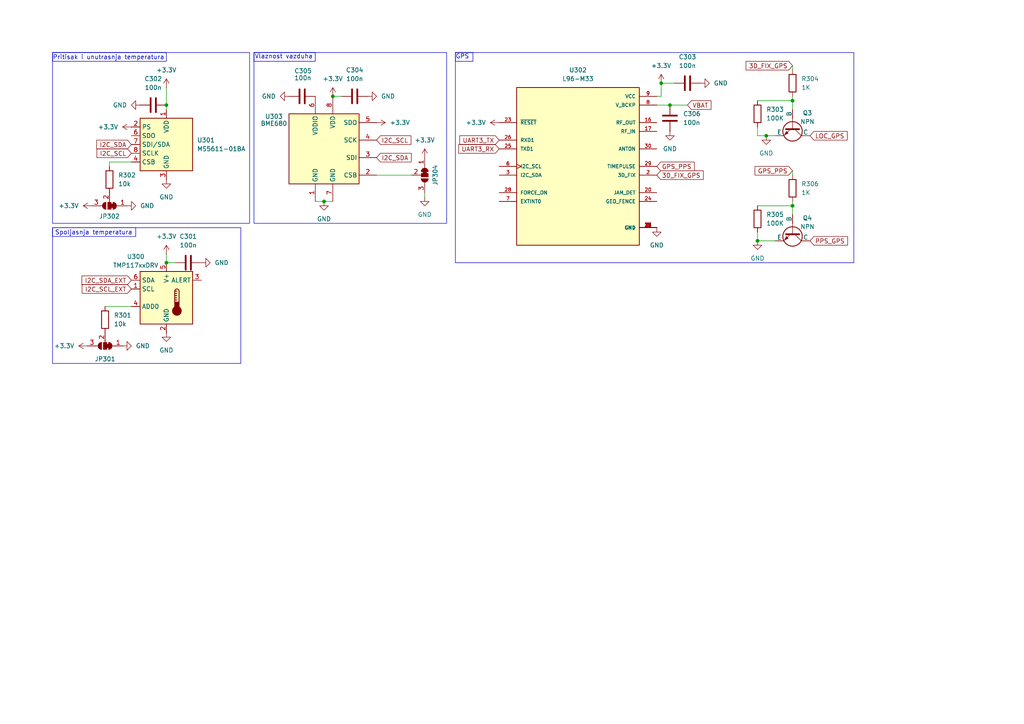
<source format=kicad_sch>
(kicad_sch (version 20250114) (generator "eeschema") (generator_version "9.0")
  (paper "A4")
  (title_block (title "ELEKvadar 2 - Sistem 1") (date "2025-05-30") (rev "0.0.1") (company "Seminar Elektronike u Istazivackoj stanici Petnica"))
  (lib_symbols
    (symbol "Device:C" (pin_numbers (hide yes)) (pin_names (offset 0.254))
      (property "Reference" "C" (at 0.635 2.54 0))
      (property "Value" "C" (at 0.635 -2.54 0))
      (symbol "C_0_1"
        (polyline (pts (xy -2.032 0.762) (xy 2.032 0.762)) (stroke (width 0.508)))
        (polyline (pts (xy -2.032 -0.762) (xy 2.032 -0.762)) (stroke (width 0.508)))
      )
      (symbol "C_1_1"
        (pin passive line (at 0 3.81 270) (length 2.794) (name "~") (number "1"))
        (pin passive line (at 0 -3.81 90) (length 2.794) (name "~") (number "2"))
      )
    )
    (symbol "Device:R" (pin_numbers (hide yes)) (pin_names (offset 0))
      (property "Reference" "R" (at 2.032 0 90))
      (property "Value" "R" (at 0 0 90))
      (symbol "R_0_1"
        (rectangle (start -1.016 -2.54) (end 1.016 2.54) (stroke (width 0.254)))
      )
      (symbol "R_1_1"
        (pin passive line (at 0 3.81 270) (length 1.27) (name "~") (number "1"))
        (pin passive line (at 0 -3.81 90) (length 1.27) (name "~") (number "2"))
      )
    )
    (symbol "Jumper:SolderJumper_3_Bridged12" (pin_names (offset 0) (hide yes)) (in_bom no)
      (property "Reference" "JP" (at -2.54 -2.54 0))
      (property "Value" "SolderJumper_3_Bridged12" (at 0 2.794 0))
      (symbol "SolderJumper_3_Bridged12_0_1"
        (polyline (pts (xy -2.54 0) (xy -2.032 0)))
        (polyline (pts (xy -1.016 1.016) (xy -1.016 -1.016)))
        (rectangle (start -1.016 0.508) (end -0.508 -0.508) (fill (type outline)))
        (arc (start -1.016 -1.016) (mid -2.0276 0) (end -1.016 1.016))
        (arc (start -1.016 -1.016) (mid -2.0276 0) (end -1.016 1.016) (fill (type outline)))
        (rectangle (start -0.508 1.016) (end 0.508 -1.016) (fill (type outline)))
        (polyline (pts (xy 0 -1.27) (xy 0 -1.016)))
        (arc (start 1.016 1.016) (mid 2.0276 0) (end 1.016 -1.016))
        (arc (start 1.016 1.016) (mid 2.0276 0) (end 1.016 -1.016) (fill (type outline)))
        (polyline (pts (xy 1.016 1.016) (xy 1.016 -1.016)))
        (polyline (pts (xy 2.54 0) (xy 2.032 0)))
      )
      (symbol "SolderJumper_3_Bridged12_1_1"
        (pin passive line (at -5.08 0 0) (length 2.54) (name "A") (number "1"))
        (pin passive line (at 0 -3.81 90) (length 2.54) (name "C") (number "2"))
        (pin passive line (at 5.08 0 180) (length 2.54) (name "B") (number "3"))
      )
    )
    (symbol "L96-M33:L96-M33" (pin_names (offset 1.016))
      (property "Reference" "U" (at -17.8097 23.4036 0))
      (property "Value" "L96-M33" (at -17.7967 -25.425 0))
      (symbol "L96-M33_0_0"
        (rectangle (start -17.78 -22.86) (end 17.78 22.86) (stroke (width 0.254)) (fill (type background)))
        (pin input line (at -22.86 12.7 0) (length 5.08) (name "~{RESET}") (number "23"))
        (pin input line (at -22.86 7.62 0) (length 5.08) (name "RXD1") (number "26"))
        (pin output line (at -22.86 5.08 0) (length 5.08) (name "TXD1") (number "25"))
        (pin bidirectional clock (at -22.86 0 0) (length 5.08) (name "I2C_SCL") (number "6"))
        (pin bidirectional line (at -22.86 -2.54 0) (length 5.08) (name "I2C_SDA") (number "3"))
        (pin input line (at -22.86 -7.62 0) (length 5.08) (name "FORCE_ON") (number "28"))
        (pin input line (at -22.86 -10.16 0) (length 5.08) (name "EXTINT0") (number "7"))
        (pin power_in line (at 22.86 20.32 180) (length 5.08) (name "VCC") (number "9"))
        (pin power_in line (at 22.86 17.78 180) (length 5.08) (name "V_BCKP") (number "8"))
        (pin output line (at 22.86 12.7 180) (length 5.08) (name "RF_OUT") (number "16"))
        (pin input line (at 22.86 10.16 180) (length 5.08) (name "RF_IN") (number "17"))
        (pin output line (at 22.86 5.08 180) (length 5.08) (name "ANTON") (number "30"))
        (pin output line (at 22.86 0 180) (length 5.08) (name "TIMEPULSE") (number "29"))
        (pin output line (at 22.86 -2.54 180) (length 5.08) (name "3D_FIX") (number "2"))
        (pin output line (at 22.86 -7.62 180) (length 5.08) (name "JAM_DET") (number "20"))
        (pin output line (at 22.86 -10.16 180) (length 5.08) (name "GEO_FENCE") (number "24"))
        (pin power_in line (at 22.86 -17.78 180) (length 5.08) (name "GND") (number "10"))
        (pin power_in line (at 22.86 -17.78 180) (length 5.08) (name "GND") (number "11"))
        (pin power_in line (at 22.86 -17.78 180) (length 5.08) (name "GND") (number "12"))
        (pin power_in line (at 22.86 -17.78 180) (length 5.08) (name "GND") (number "13"))
        (pin power_in line (at 22.86 -17.78 180) (length 5.08) (name "GND") (number "14"))
        (pin power_in line (at 22.86 -17.78 180) (length 5.08) (name "GND") (number "15"))
        (pin power_in line (at 22.86 -17.78 180) (length 5.08) (name "GND") (number "18"))
        (pin power_in line (at 22.86 -17.78 180) (length 5.08) (name "GND") (number "19"))
        (pin power_in line (at 22.86 -17.78 180) (length 5.08) (name "GND") (number "21"))
        (pin power_in line (at 22.86 -17.78 180) (length 5.08) (name "GND") (number "22"))
        (pin power_in line (at 22.86 -17.78 180) (length 5.08) (name "GND") (number "27"))
        (pin power_in line (at 22.86 -17.78 180) (length 5.08) (name "GND") (number "31"))
        (pin power_in line (at 22.86 -17.78 180) (length 5.08) (name "GND") (number "4"))
        (pin power_in line (at 22.86 -17.78 180) (length 5.08) (name "GND") (number "5"))
      )
    )
    (symbol "Sensor:BME680"
      (property "Reference" "U" (at -8.89 11.43 0))
      (property "Value" "BME680" (at 7.62 11.43 0))
      (symbol "BME680_0_1"
        (rectangle (start -10.16 10.16) (end 10.16 -10.16) (stroke (width 0.254)) (fill (type background)))
      )
      (symbol "BME680_1_1"
        (pin power_in line (at -2.54 15.24 270) (length 5.08) (name "VDDIO") (number "6"))
        (pin power_in line (at -2.54 -15.24 90) (length 5.08) (name "GND") (number "1"))
        (pin power_in line (at 2.54 15.24 270) (length 5.08) (name "VDD") (number "8"))
        (pin power_in line (at 2.54 -15.24 90) (length 5.08) (name "GND") (number "7"))
        (pin bidirectional line (at 15.24 7.62 180) (length 5.08) (name "SDO") (number "5"))
        (pin input line (at 15.24 2.54 180) (length 5.08) (name "SCK") (number "4"))
        (pin bidirectional line (at 15.24 -2.54 180) (length 5.08) (name "SDI") (number "3"))
        (pin input line (at 15.24 -7.62 180) (length 5.08) (name "CSB") (number "2"))
      )
    )
    (symbol "Sensor_Pressure:MS5611-01BA"
      (property "Reference" "U" (at -6.35 8.89 0))
      (property "Value" "MS5611-01BA" (at 7.62 8.89 0))
      (symbol "MS5611-01BA_0_1"
        (rectangle (start -7.62 7.62) (end 7.62 -7.62) (stroke (width 0.254)) (fill (type background)))
      )
      (symbol "MS5611-01BA_1_1"
        (pin input line (at -10.16 5.08 0) (length 2.54) (name "PS") (number "2"))
        (pin output line (at -10.16 2.54 0) (length 2.54) (name "SDO") (number "6"))
        (pin bidirectional line (at -10.16 0 0) (length 2.54) (name "SDI/SDA") (number "7"))
        (pin input line (at -10.16 -2.54 0) (length 2.54) (name "SCLK") (number "8"))
        (pin input line (at -10.16 -5.08 0) (length 2.54) (name "CSB") (number "4"))
        (pin input line (at -10.16 -5.08 0) (length 2.54) (hide yes) (name "CSB") (number "5"))
        (pin power_in line (at 0 10.16 270) (length 2.54) (name "VDD") (number "1"))
        (pin power_in line (at 0 -10.16 90) (length 2.54) (name "GND") (number "3"))
      )
    )
    (symbol "Sensor_Temperature:TMP117xxDRV"
      (property "Reference" "U" (at -2.54 10.795 0))
      (property "Value" "TMP117xxDRV" (at -2.54 8.89 0))
      (symbol "TMP117xxDRV_0_1"
        (rectangle (start -7.62 7.62) (end 7.62 -7.62) (stroke (width 0.254)) (fill (type background)))
      )
      (symbol "TMP117xxDRV_1_1"
        (polyline (pts (xy 2.413 1.905) (xy 2.413 -1.27)) (stroke (width 0.254)))
        (polyline (pts (xy 2.413 1.905) (xy 3.048 1.905)) (stroke (width 0.254)))
        (polyline (pts (xy 2.413 1.27) (xy 3.048 1.27)) (stroke (width 0.254)))
        (polyline (pts (xy 2.413 0.635) (xy 3.048 0.635)) (stroke (width 0.254)))
        (polyline (pts (xy 2.413 0) (xy 3.048 0)) (stroke (width 0.254)))
        (polyline (pts (xy 2.413 -0.635) (xy 3.048 -0.635)) (stroke (width 0.254)))
        (arc (start 2.413 1.905) (mid 3.048 2.5373) (end 3.683 1.905) (stroke (width 0.254)))
        (circle (center 3.048 -3.81) (radius 1.27) (stroke (width 0.254)) (fill (type outline)))
        (polyline (pts (xy 3.683 1.905) (xy 3.683 -1.27)) (stroke (width 0.254)))
        (rectangle (start 3.683 -3.175) (end 2.413 -1.27) (stroke (width 0.254)) (fill (type outline)))
        (pin bidirectional line (at -10.16 5.08 0) (length 2.54) (name "SDA") (number "6"))
        (pin input line (at -10.16 2.54 0) (length 2.54) (name "SCL") (number "1"))
        (pin input line (at -10.16 -2.54 0) (length 2.54) (name "ADD0") (number "4"))
        (pin power_in line (at 0 10.16 270) (length 2.54) (name "V+") (number "5"))
        (pin power_in line (at 0 -10.16 90) (length 2.54) (name "GND") (number "2"))
        (pin open_collector line (at 10.16 5.08 180) (length 2.54) (name "ALERT") (number "3"))
      )
    )
    (symbol "Simulation_SPICE:NPN" (pin_numbers (hide yes)) (pin_names (offset 0))
      (property "Reference" "Q" (at -2.54 7.62 0))
      (property "Value" "NPN" (at -2.54 5.08 0))
      (symbol "NPN_0_1"
        (polyline (pts (xy -2.54 0) (xy 0.635 0)) (stroke (width 0.1524)))
        (polyline (pts (xy 0.635 1.905) (xy 0.635 -1.905) (xy 0.635 -1.905)) (stroke (width 0.508)))
        (polyline (pts (xy 0.635 0.635) (xy 2.54 2.54)))
        (polyline (pts (xy 0.635 -0.635) (xy 2.54 -2.54) (xy 2.54 -2.54)))
        (circle (center 1.27 0) (radius 2.8194) (stroke (width 0.254)))
        (polyline (pts (xy 1.27 -1.778) (xy 1.778 -1.27) (xy 2.286 -2.286) (xy 1.27 -1.778) (xy 1.27 -1.778)) (fill (type outline)))
        (polyline (pts (xy 2.794 -1.27) (xy 2.794 -1.27)) (stroke (width 0.1524)))
        (polyline (pts (xy 2.794 -1.27) (xy 2.794 -1.27)) (stroke (width 0.1524)))
      )
      (symbol "NPN_1_1"
        (pin input line (at -5.08 0 0) (length 2.54) (name "B") (number "2"))
        (pin open_collector line (at 2.54 5.08 270) (length 2.54) (name "C") (number "1"))
        (pin open_emitter line (at 2.54 -5.08 90) (length 2.54) (name "E") (number "3"))
      )
    )
    (symbol "power:+3.3V" (power) (pin_numbers (hide yes)) (pin_names (offset 0) (hide yes))
      (property "Value" "+3.3V" (at 0 3.556 0))
      (symbol "+3.3V_0_1"
        (polyline (pts (xy -0.762 1.27) (xy 0 2.54)))
        (polyline (pts (xy 0 2.54) (xy 0.762 1.27)))
        (polyline (pts (xy 0 0) (xy 0 2.54)))
      )
      (symbol "+3.3V_1_1"
        (pin power_in line (at 0 0 90) (length 0) (name "~") (number "1"))
      )
    )
    (symbol "power:GND" (power) (pin_numbers (hide yes)) (pin_names (offset 0) (hide yes))
      (property "Value" "GND" (at 0 -3.81 0))
      (symbol "GND_0_1"
        (polyline (pts (xy 0 0) (xy 0 -1.27) (xy 1.27 -1.27) (xy 0 -2.54) (xy -1.27 -1.27) (xy 0 -1.27)))
      )
      (symbol "GND_1_1"
        (pin power_in line (at 0 0 270) (length 0) (name "~") (number "1"))
      )
    )
  )
  (rectangle (start 73.66 15.24) (end 129.54 64.77))
  (rectangle (start 15.24 66.04) (end 39.37 68.58))
  (rectangle (start 15.24 15.24) (end 72.39 64.77))
  (rectangle (start 15.24 66.04) (end 69.85 105.41))
  (rectangle (start 132.08 15.24) (end 137.16 17.78))
  (rectangle (start 132.08 15.24) (end 247.65 76.2))
  (rectangle (start 15.24 15.24) (end 48.26 17.78))
  (rectangle (start 73.66 15.24) (end 91.44 17.78))
  (text "GPS" (at 134.112 16.51 0) (effects (font (size 1.27 1.27))))
  (text "Vlaznost vazduha\n" (at 82.296 16.51 0) (effects (font (size 1.27 1.27))))
  (text "Pritisak i unutrasnja temperatura" (at 31.496 16.764 0) (effects (font (size 1.27 1.27))))
  (text "Spoljasnja temperatura" (at 27.178 67.564 0) (effects (font (size 1.27 1.27))))
  (junction (at 48.26 30.48))
  (junction (at 229.87 29.21))
  (junction (at 93.98 58.42))
  (junction (at 229.87 59.69))
  (junction (at 219.71 69.85))
  (junction (at 48.26 76.2))
  (junction (at 194.31 30.48))
  (junction (at 96.52 27.94))
  (junction (at 191.77 24.13))
  (junction (at 222.25 39.37))
  (wire (pts (xy 229.87 29.21) (xy 229.87 27.94)))
  (wire (pts (xy 30.48 88.9) (xy 38.1 88.9)))
  (wire (pts (xy 229.87 59.69) (xy 229.87 58.42)))
  (wire (pts (xy 191.77 27.94) (xy 191.77 24.13)))
  (wire (pts (xy 96.52 27.94) (xy 99.06 27.94)))
  (wire (pts (xy 229.87 19.05) (xy 229.87 20.32)))
  (wire (pts (xy 199.39 30.48) (xy 194.31 30.48)))
  (wire (pts (xy 219.71 69.85) (xy 219.71 67.31)))
  (wire (pts (xy 50.8 76.2) (xy 48.26 76.2)))
  (wire (pts (xy 48.26 25.4) (xy 48.26 30.48)))
  (wire (pts (xy 31.75 46.99) (xy 31.75 48.26)))
  (wire (pts (xy 229.87 29.21) (xy 229.87 31.75)))
  (wire (pts (xy 93.98 58.42) (xy 96.52 58.42)))
  (wire (pts (xy 219.71 39.37) (xy 219.71 36.83)))
  (wire (pts (xy 219.71 59.69) (xy 229.87 59.69)))
  (wire (pts (xy 229.87 49.53) (xy 229.87 50.8)))
  (wire (pts (xy 109.22 50.8) (xy 119.38 50.8)))
  (wire (pts (xy 222.25 39.37) (xy 219.71 39.37)))
  (wire (pts (xy 123.19 55.88) (xy 123.19 57.15)))
  (wire (pts (xy 91.44 58.42) (xy 93.98 58.42)))
  (wire (pts (xy 31.75 46.99) (xy 38.1 46.99)))
  (wire (pts (xy 224.79 39.37) (xy 222.25 39.37)))
  (wire (pts (xy 191.77 24.13) (xy 195.58 24.13)))
  (wire (pts (xy 194.31 30.48) (xy 190.5 30.48)))
  (wire (pts (xy 48.26 30.48) (xy 48.26 31.75)))
  (wire (pts (xy 48.26 73.66) (xy 48.26 76.2)))
  (wire (pts (xy 229.87 59.69) (xy 229.87 62.23)))
  (wire (pts (xy 219.71 69.85) (xy 224.79 69.85)))
  (wire (pts (xy 191.77 27.94) (xy 190.5 27.94)))
  (wire (pts (xy 219.71 29.21) (xy 229.87 29.21)))
  (global_label "3D_FIX_GPS" (shape input) (at 190.5 50.8 0) (property "Intersheetrefs" "${INTERSHEET_REFS}" (effects (hide yes))))
  (global_label "I2C_SCL_EXT" (shape input) (at 38.1 83.82 180) (property "Intersheetrefs" "${INTERSHEET_REFS}" (effects (hide yes))))
  (global_label "I2C_SDA_EXT" (shape input) (at 38.1 81.28 180) (property "Intersheetrefs" "${INTERSHEET_REFS}" (effects (hide yes))))
  (global_label "I2C_SDA" (shape input) (at 109.22 45.72 0) (property "Intersheetrefs" "${INTERSHEET_REFS}" (effects (hide yes))))
  (global_label "I2C_SCL" (shape input) (at 38.1 44.45 180) (property "Intersheetrefs" "${INTERSHEET_REFS}" (effects (hide yes))))
  (global_label "3D_FIX_GPS" (shape input) (at 229.87 19.05 180) (property "Intersheetrefs" "${INTERSHEET_REFS}" (effects (hide yes))))
  (global_label "GPS_PPS" (shape input) (at 190.5 48.26 0) (property "Intersheetrefs" "${INTERSHEET_REFS}" (effects (hide yes))))
  (global_label "UART3_TX" (shape input) (at 144.78 40.64 180) (property "Intersheetrefs" "${INTERSHEET_REFS}" (effects (hide yes))))
  (global_label "GPS_PPS" (shape input) (at 229.87 49.53 180) (property "Intersheetrefs" "${INTERSHEET_REFS}" (effects (hide yes))))
  (global_label "LOC_GPS" (shape input) (at 234.95 39.37 0) (property "Intersheetrefs" "${INTERSHEET_REFS}" (effects (hide yes))))
  (global_label "PPS_GPS" (shape input) (at 234.95 69.85 0) (property "Intersheetrefs" "${INTERSHEET_REFS}" (effects (hide yes))))
  (global_label "UART3_RX" (shape input) (at 144.78 43.18 180) (property "Intersheetrefs" "${INTERSHEET_REFS}" (effects (hide yes))))
  (global_label "VBAT" (shape input) (at 199.39 30.48 0) (property "Intersheetrefs" "${INTERSHEET_REFS}" (effects (hide yes))))
  (global_label "I2C_SDA" (shape input) (at 38.1 41.91 180) (property "Intersheetrefs" "${INTERSHEET_REFS}" (effects (hide yes))))
  (global_label "I2C_SCL" (shape input) (at 109.22 40.64 0) (property "Intersheetrefs" "${INTERSHEET_REFS}" (effects (hide yes))))
  (symbol (lib_id "Device:C") (at 44.45 30.48 90) (unit 1)
    (property "Reference" "C302" (at 44.45 22.86 90))
    (property "Value" "100n" (at 44.45 25.4 90))
    (property "Footprint" "Capacitor_SMD:C_1206_3216Metric_Pad1.33x1.80mm_HandSolder" (effects (hide yes)))
    (property "Description" "Unpolarized capacitor" (effects (hide yes)))
  )
  (symbol (lib_id "power:GND") (at 106.68 27.94 90) (unit 1)
    (property "Reference" "#PWR061" (effects (hide yes)))
    (property "Value" "GND" (at 110.49 27.9399 90) (effects (justify right)))
    (property "Description" "Power symbol creates a global label with name \"GND\" , ground" (effects (hide yes)))
  )
  (symbol (lib_id "power:GND") (at 222.25 39.37 0) (unit 1)
    (property "Reference" "#PWR045" (effects (hide yes)))
    (property "Value" "GND" (at 222.25 44.45 0))
    (property "Description" "Power symbol creates a global label with name \"GND\" , ground" (effects (hide yes)))
  )
  (symbol (lib_id "Device:R") (at 30.48 92.71 0) (unit 1)
    (property "Reference" "R301" (at 33.02 91.4399 0) (effects (justify left)))
    (property "Value" "10k" (at 33.02 93.9799 0) (effects (justify left)))
    (property "Footprint" "Resistor_SMD:R_1206_3216Metric_Pad1.30x1.75mm_HandSolder" (effects (hide yes)))
    (property "Description" "Resistor" (effects (hide yes)))
  )
  (symbol (lib_id "Simulation_SPICE:NPN") (at 229.87 36.83 270) (unit 1)
    (property "Reference" "Q3" (at 234.188 32.766 90))
    (property "Value" "NPN" (at 234.188 35.306 90))
    (property "Footprint" "Package_TO_SOT_SMD:TSOT-23_HandSoldering" (effects (hide yes)))
    (property "Datasheet" "https://ngspice.sourceforge.io/docs/ngspice-html-manual/manual.xhtml#cha_BJTs" (effects (hide yes)))
    (property "Description" "Bipolar transistor symbol for simulation only, substrate tied to the emitter" (effects (hide yes)))
    (property "Sim.Device" "NPN" (effects (hide yes)))
    (property "Sim.Type" "GUMMELPOON" (effects (hide yes)))
    (property "Sim.Pins" "1=C 2=B 3=E" (effects (hide yes)))
  )
  (symbol (lib_id "power:+3.3V") (at 48.26 25.4 0) (unit 1)
    (property "Reference" "#PWR036" (effects (hide yes)))
    (property "Value" "+3.3V" (at 48.26 20.32 0))
    (property "Description" "Power symbol creates a global label with name \"+3.3V\"" (effects (hide yes)))
  )
  (symbol (lib_id "Jumper:SolderJumper_3_Bridged12") (at 30.48 100.33 180) (unit 1) (in_bom no)
    (property "Reference" "JP301" (at 30.48 104.14 0))
    (property "Value" "SolderJumper_3_Bridged12" (effects (hide yes)))
    (property "Footprint" "Jumper:SolderJumper-3_P1.3mm_Bridged12_RoundedPad1.0x1.5mm" (effects (hide yes)))
    (property "Description" "3-pole Solder Jumper, pins 1+2 closed/bridged" (effects (hide yes)))
  )
  (symbol (lib_id "Jumper:SolderJumper_3_Bridged12") (at 31.75 59.69 180) (unit 1) (in_bom no)
    (property "Reference" "JP302" (at 31.75 62.738 0))
    (property "Value" "SolderJumper_3_Bridged12" (effects (hide yes)))
    (property "Footprint" "Jumper:SolderJumper-3_P1.3mm_Bridged12_RoundedPad1.0x1.5mm" (effects (hide yes)))
    (property "Description" "3-pole Solder Jumper, pins 1+2 closed/bridged" (effects (hide yes)))
  )
  (symbol (lib_id "power:GND") (at 40.64 30.48 270) (unit 1)
    (property "Reference" "#PWR055" (effects (hide yes)))
    (property "Value" "GND" (at 36.83 30.4799 90) (effects (justify right)))
    (property "Description" "Power symbol creates a global label with name \"GND\" , ground" (effects (hide yes)))
  )
  (symbol (lib_id "power:GND") (at 48.26 96.52 0) (unit 1)
    (property "Reference" "#PWR035" (effects (hide yes)))
    (property "Value" "GND" (at 48.26 101.6 0))
    (property "Description" "Power symbol creates a global label with name \"GND\" , ground" (effects (hide yes)))
  )
  (symbol (lib_id "power:+3.3V") (at 123.19 45.72 0) (unit 1)
    (property "Reference" "#PWR062" (effects (hide yes)))
    (property "Value" "+3.3V" (at 123.19 40.64 0))
    (property "Description" "Power symbol creates a global label with name \"+3.3V\"" (effects (hide yes)))
  )
  (symbol (lib_id "power:GND") (at 190.5 66.04 0) (unit 1)
    (property "Reference" "#PWR041" (effects (hide yes)))
    (property "Value" "GND" (at 190.5 71.12 0))
    (property "Description" "Power symbol creates a global label with name \"GND\" , ground" (effects (hide yes)))
  )
  (symbol (lib_id "power:GND") (at 35.56 100.33 90) (unit 1)
    (property "Reference" "#PWR033" (effects (hide yes)))
    (property "Value" "GND" (at 39.37 100.3299 90) (effects (justify right)))
    (property "Description" "Power symbol creates a global label with name \"GND\" , ground" (effects (hide yes)))
  )
  (symbol (lib_id "Device:R") (at 219.71 63.5 0) (unit 1)
    (property "Reference" "R305" (at 222.25 62.2299 0) (effects (justify left)))
    (property "Value" "100K" (at 222.25 64.7699 0) (effects (justify left)))
    (property "Footprint" "Resistor_SMD:R_1206_3216Metric_Pad1.30x1.75mm_HandSolder" (effects (hide yes)))
    (property "Description" "Resistor" (effects (hide yes)))
  )
  (symbol (lib_id "Device:C") (at 54.61 76.2 90) (unit 1)
    (property "Reference" "C301" (at 54.61 68.58 90))
    (property "Value" "100n" (at 54.61 71.12 90))
    (property "Footprint" "Capacitor_SMD:C_1206_3216Metric_Pad1.33x1.80mm_HandSolder" (effects (hide yes)))
    (property "Description" "Unpolarized capacitor" (effects (hide yes)))
  )
  (symbol (lib_id "power:+3.3V") (at 48.26 73.66 0) (unit 1)
    (property "Reference" "#PWR034" (effects (hide yes)))
    (property "Value" "+3.3V" (at 48.26 68.58 0))
    (property "Description" "Power symbol creates a global label with name \"+3.3V\"" (effects (hide yes)))
  )
  (symbol (lib_id "Device:C") (at 87.63 27.94 270) (unit 1)
    (property "Reference" "C305" (at 85.344 20.574 90) (effects (justify left)))
    (property "Value" "100n" (at 85.344 22.606 90) (effects (justify left)))
    (property "Footprint" "Capacitor_SMD:C_1206_3216Metric_Pad1.33x1.80mm_HandSolder" (effects (hide yes)))
    (property "Description" "Unpolarized capacitor" (effects (hide yes)))
  )
  (symbol (lib_id "Sensor_Temperature:TMP117xxDRV") (at 48.26 86.36 0) (unit 1)
    (property "Reference" "U300" (at 39.37 74.422 0))
    (property "Value" "TMP117xxDRV" (at 39.37 76.962 0))
    (property "Footprint" "Package_SON:WSON-6-1EP_2x2mm_P0.65mm_EP1x1.6mm" (effects (hide yes)))
    (property "Datasheet" "https://www.ti.com/lit/ds/symlink/tmp117.pdf" (effects (hide yes)))
    (property "Description" "Digital Temperature Sensor with I2C/SMBus Interface, 16 bits, ±0.3°C, one-shot conversion, alert, nist traceable, EEPROM, WSON" (effects (hide yes)))
  )
  (symbol (lib_id "Simulation_SPICE:NPN") (at 229.87 67.31 270) (unit 1)
    (property "Reference" "Q4" (at 234.188 63.246 90))
    (property "Value" "NPN" (at 234.188 65.786 90))
    (property "Footprint" "Package_TO_SOT_SMD:TSOT-23_HandSoldering" (effects (hide yes)))
    (property "Datasheet" "https://ngspice.sourceforge.io/docs/ngspice-html-manual/manual.xhtml#cha_BJTs" (effects (hide yes)))
    (property "Description" "Bipolar transistor symbol for simulation only, substrate tied to the emitter" (effects (hide yes)))
    (property "Sim.Device" "NPN" (effects (hide yes)))
    (property "Sim.Type" "GUMMELPOON" (effects (hide yes)))
    (property "Sim.Pins" "1=C 2=B 3=E" (effects (hide yes)))
  )
  (symbol (lib_id "Sensor:BME680") (at 93.98 43.18 0) (unit 1)
    (property "Reference" "U303" (at 82.042 33.782 0) (effects (justify right)))
    (property "Value" "BME680" (at 83.312 35.814 0) (effects (justify right)))
    (property "Footprint" "Package_LGA:Bosch_LGA-8_3x3mm_P0.8mm_ClockwisePinNumbering" (effects (hide yes)))
    (property "Datasheet" "https://ae-bst.resource.bosch.com/media/_tech/media/datasheets/BST-BME680-DS001.pdf" (effects (hide yes)))
    (property "Description" "4-in-1 sensor, gas, humidity, pressure, temperature, I2C and SPI interface, 1.71-3.6V, LGA-8" (effects (hide yes)))
  )
  (symbol (lib_id "power:GND") (at 203.2 24.13 90) (unit 1)
    (property "Reference" "#PWR043" (effects (hide yes)))
    (property "Value" "GND" (at 207.01 24.1299 90) (effects (justify right)))
    (property "Description" "Power symbol creates a global label with name \"GND\" , ground" (effects (hide yes)))
  )
  (symbol (lib_id "power:GND") (at 194.31 38.1 0) (unit 1)
    (property "Reference" "#PWR042" (effects (hide yes)))
    (property "Value" "GND" (at 194.31 43.18 0))
    (property "Description" "Power symbol creates a global label with name \"GND\" , ground" (effects (hide yes)))
  )
  (symbol (lib_id "power:GND") (at 36.83 59.69 90) (unit 1)
    (property "Reference" "#PWR023" (effects (hide yes)))
    (property "Value" "GND" (at 40.64 59.6899 90) (effects (justify right)))
    (property "Description" "Power symbol creates a global label with name \"GND\" , ground" (effects (hide yes)))
  )
  (symbol (lib_id "power:+3.3V") (at 25.4 100.33 90) (unit 1)
    (property "Reference" "#PWR032" (effects (hide yes)))
    (property "Value" "+3.3V" (at 21.59 100.3299 90) (effects (justify left)))
    (property "Description" "Power symbol creates a global label with name \"+3.3V\"" (effects (hide yes)))
  )
  (symbol (lib_id "power:GND") (at 48.26 52.07 0) (unit 1)
    (property "Reference" "#PWR037" (effects (hide yes)))
    (property "Value" "GND" (at 48.26 57.15 0))
    (property "Description" "Power symbol creates a global label with name \"GND\" , ground" (effects (hide yes)))
  )
  (symbol (lib_id "Device:R") (at 229.87 24.13 180) (unit 1)
    (property "Reference" "R304" (at 232.41 22.8599 0) (effects (justify right)))
    (property "Value" "1K" (at 232.41 25.3999 0) (effects (justify right)))
    (property "Footprint" "Resistor_SMD:R_1206_3216Metric_Pad1.30x1.75mm_HandSolder" (effects (hide yes)))
    (property "Description" "Resistor" (effects (hide yes)))
  )
  (symbol (lib_id "power:+3.3V") (at 26.67 59.69 90) (unit 1)
    (property "Reference" "#PWR057" (effects (hide yes)))
    (property "Value" "+3.3V" (at 22.86 59.6899 90) (effects (justify left)))
    (property "Description" "Power symbol creates a global label with name \"+3.3V\"" (effects (hide yes)))
  )
  (symbol (lib_id "power:GND") (at 58.42 76.2 90) (unit 1)
    (property "Reference" "#PWR058" (effects (hide yes)))
    (property "Value" "GND" (at 62.23 76.1999 90) (effects (justify right)))
    (property "Description" "Power symbol creates a global label with name \"GND\" , ground" (effects (hide yes)))
  )
  (symbol (lib_id "Jumper:SolderJumper_3_Bridged12") (at 123.19 50.8 270) (unit 1) (in_bom no)
    (property "Reference" "JP304" (at 126.238 50.8 0))
    (property "Value" "SolderJumper_3_Bridged12" (effects (hide yes)))
    (property "Footprint" "Jumper:SolderJumper-3_P1.3mm_Bridged12_RoundedPad1.0x1.5mm" (effects (hide yes)))
    (property "Description" "3-pole Solder Jumper, pins 1+2 closed/bridged" (effects (hide yes)))
  )
  (symbol (lib_id "Device:R") (at 31.75 52.07 0) (unit 1)
    (property "Reference" "R302" (at 34.29 50.7999 0) (effects (justify left)))
    (property "Value" "10k" (at 34.29 53.3399 0) (effects (justify left)))
    (property "Footprint" "Resistor_SMD:R_1206_3216Metric_Pad1.30x1.75mm_HandSolder" (effects (hide yes)))
    (property "Description" "Resistor" (effects (hide yes)))
  )
  (symbol (lib_id "power:+3.3V") (at 109.22 35.56 270) (unit 1)
    (property "Reference" "#PWR064" (effects (hide yes)))
    (property "Value" "+3.3V" (at 113.03 35.5599 90) (effects (justify left)))
    (property "Description" "Power symbol creates a global label with name \"+3.3V\"" (effects (hide yes)))
  )
  (symbol (lib_id "power:+3.3V") (at 144.78 35.56 90) (unit 1)
    (property "Reference" "#PWR059" (effects (hide yes)))
    (property "Value" "+3.3V" (at 140.97 35.5599 90) (effects (justify left)))
    (property "Description" "Power symbol creates a global label with name \"+3.3V\"" (effects (hide yes)))
  )
  (symbol (lib_id "power:GND") (at 83.82 27.94 270) (unit 1)
    (property "Reference" "#PWR060" (effects (hide yes)))
    (property "Value" "GND" (at 80.01 27.9399 90) (effects (justify right)))
    (property "Description" "Power symbol creates a global label with name \"GND\" , ground" (effects (hide yes)))
  )
  (symbol (lib_id "L96-M33:L96-M33") (at 167.64 48.26 0) (unit 1)
    (property "Reference" "U302" (at 167.64 20.32 0))
    (property "Value" "L96-M33" (at 167.64 22.86 0))
    (property "Footprint" "RF_GPS:Quectel_L96" (effects (hide yes)))
    (property "MF" "Quectel" (effects (hide yes)))
    (property "DESCRIPTION" "L96 is a concurrent multi-GNSS receiver module with embedded chip antenna. With 33 tracking channels, 99 acquisition channels and 210 PRN channels, L96 supports concurrent reception of up to three GNSS systems _GPS+GLONASS+Galileo_" (effects (hide yes)))
    (property "PACKAGE" "SOIC-8 Quectel Wireless Solutions Co., Ltd" (effects (hide yes)))
    (property "PRICE" "None" (effects (hide yes)))
    (property "Package" "SMD-31 Quectel" (effects (hide yes)))
    (property "Check_prices" "https://www.snapeda.com/parts/L96-M33/Quectel/view-part/?ref=eda" (effects (hide yes)))
    (property "Price" "None" (effects (hide yes)))
    (property "SnapEDA_Link" "https://www.snapeda.com/parts/L96-M33/Quectel/view-part/?ref=snap" (effects (hide yes)))
    (property "MP" "L96-M33" (effects (hide yes)))
    (property "Availability" "In Stock" (effects (hide yes)))
    (property "AVAILABILITY" "Unavailable" (effects (hide yes)))
    (property "Description_1" "L96 is a concurrent multi-GNSS receiver module with embedded chip antenna. With 33 tracking channels, 99 acquisition channels and 210 PRN channels, L96 supports concurrent reception of up to three GNSS systems (GPS+GLONASS+Galileo)" (effects (hide yes)))
  )
  (symbol (lib_id "Device:R") (at 219.71 33.02 0) (unit 1)
    (property "Reference" "R303" (at 222.25 31.7499 0) (effects (justify left)))
    (property "Value" "100K" (at 222.25 34.2899 0) (effects (justify left)))
    (property "Footprint" "Resistor_SMD:R_1206_3216Metric_Pad1.30x1.75mm_HandSolder" (effects (hide yes)))
    (property "Description" "Resistor" (effects (hide yes)))
  )
  (symbol (lib_id "power:GND") (at 219.71 69.85 0) (unit 1)
    (property "Reference" "#PWR046" (effects (hide yes)))
    (property "Value" "GND" (at 219.71 74.93 0))
    (property "Description" "Power symbol creates a global label with name \"GND\" , ground" (effects (hide yes)))
  )
  (symbol (lib_id "Device:C") (at 199.39 24.13 90) (unit 1)
    (property "Reference" "C303" (at 199.39 16.51 90))
    (property "Value" "100n" (at 199.39 19.05 90))
    (property "Footprint" "Capacitor_SMD:C_1206_3216Metric_Pad1.33x1.80mm_HandSolder" (effects (hide yes)))
    (property "Description" "Unpolarized capacitor" (effects (hide yes)))
  )
  (symbol (lib_id "power:+3.3V") (at 38.1 36.83 90) (unit 1)
    (property "Reference" "#PWR056" (effects (hide yes)))
    (property "Value" "+3.3V" (at 34.29 36.8299 90) (effects (justify left)))
    (property "Description" "Power symbol creates a global label with name \"+3.3V\"" (effects (hide yes)))
  )
  (symbol (lib_id "Device:R") (at 229.87 54.61 180) (unit 1)
    (property "Reference" "R306" (at 232.41 53.3399 0) (effects (justify right)))
    (property "Value" "1K" (at 232.41 55.8799 0) (effects (justify right)))
    (property "Footprint" "Resistor_SMD:R_1206_3216Metric_Pad1.30x1.75mm_HandSolder" (effects (hide yes)))
    (property "Description" "Resistor" (effects (hide yes)))
  )
  (symbol (lib_id "Sensor_Pressure:MS5611-01BA") (at 48.26 41.91 0) (unit 1)
    (property "Reference" "U301" (at 57.15 40.6399 0) (effects (justify left)))
    (property "Value" "MS5611-01BA" (at 57.15 43.1799 0) (effects (justify left)))
    (property "Footprint" "Package_LGA:LGA-8_3x5mm_P1.25mm" (effects (hide yes)))
    (property "Datasheet" "https://www.te.com/commerce/DocumentDelivery/DDEController?Action=srchrtrv&DocNm=MS5611-01BA03&DocType=Data+Sheet&DocLang=English" (effects (hide yes)))
    (property "Description" "Barometric pressure sensor, 10cm resolution, 10 to 1200 mbar, I2C and SPI interface up to 20MHz, LGA-8" (effects (hide yes)))
  )
  (symbol (lib_id "Device:C") (at 102.87 27.94 90) (unit 1)
    (property "Reference" "C304" (at 102.87 20.32 90))
    (property "Value" "100n" (at 102.87 22.86 90))
    (property "Footprint" "Capacitor_SMD:C_1206_3216Metric_Pad1.33x1.80mm_HandSolder" (effects (hide yes)))
    (property "Description" "Unpolarized capacitor" (effects (hide yes)))
  )
  (symbol (lib_id "power:+3.3V") (at 191.77 24.13 0) (unit 1)
    (property "Reference" "#PWR040" (effects (hide yes)))
    (property "Value" "+3.3V" (at 191.77 19.05 0))
    (property "Description" "Power symbol creates a global label with name \"+3.3V\"" (effects (hide yes)))
  )
  (symbol (lib_id "power:+3.3V") (at 96.52 27.94 0) (unit 1)
    (property "Reference" "#PWR039" (effects (hide yes)))
    (property "Value" "+3.3V" (at 96.52 22.86 0))
    (property "Description" "Power symbol creates a global label with name \"+3.3V\"" (effects (hide yes)))
  )
  (symbol (lib_id "Device:C") (at 194.31 34.29 0) (unit 1)
    (property "Reference" "C306" (at 198.12 33.0199 0) (effects (justify left)))
    (property "Value" "100n" (at 198.12 35.5599 0) (effects (justify left)))
    (property "Footprint" "Capacitor_SMD:C_1206_3216Metric_Pad1.33x1.80mm_HandSolder" (effects (hide yes)))
    (property "Description" "Unpolarized capacitor" (effects (hide yes)))
  )
  (symbol (lib_id "power:GND") (at 93.98 58.42 0) (unit 1)
    (property "Reference" "#PWR038" (effects (hide yes)))
    (property "Value" "GND" (at 93.98 63.5 0))
    (property "Description" "Power symbol creates a global label with name \"GND\" , ground" (effects (hide yes)))
  )
  (symbol (lib_id "power:GND") (at 123.19 57.15 0) (unit 1)
    (property "Reference" "#PWR063" (effects (hide yes)))
    (property "Value" "GND" (at 123.19 62.23 0))
    (property "Description" "Power symbol creates a global label with name \"GND\" , ground" (effects (hide yes)))
  )
)
</source>
